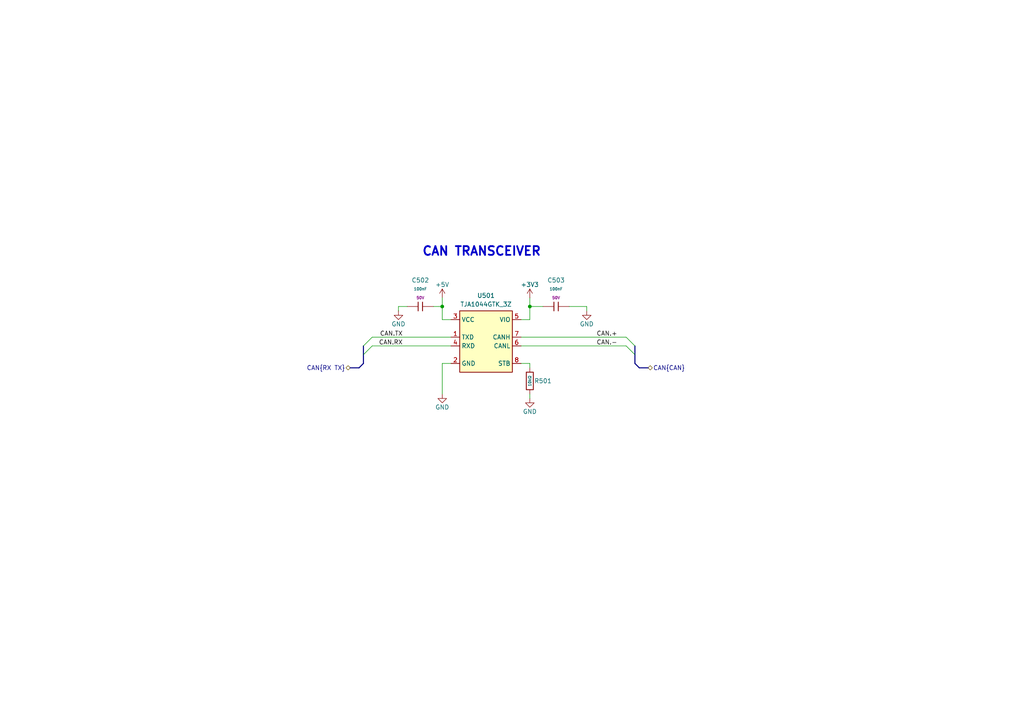
<source format=kicad_sch>
(kicad_sch (version 20250114) (generator "eeschema") (generator_version "9.0")
  (paper "A4")
  (title_block (title "CAN transceiver") (date "2025-04-22") (rev "A") (company "Moducard System") (comment 1 "Artem Horiunov") (comment 2 "Designed in poland"))
  (lib_symbols
    (symbol "PCM_JLCPCB-Capacitors:0402,100nF,(2)" (pin_numbers (hide yes)) (pin_names (offset 0))
      (property "Reference" "C" (at 2.032 1.668 0))
      (property "Value" "100nF" (at 2.032 -0.3782 0))
      (property "Voltage Rated" "50V" (at 2.032 -2.0462 0))
      (symbol "0402,100nF,(2)_0_1"
        (polyline (pts (xy -1.27 0.635) (xy 1.27 0.635)) (stroke (width 0.254)))
        (polyline (pts (xy -1.27 -0.635) (xy 1.27 -0.635)) (stroke (width 0.254)))
      )
      (symbol "0402,100nF,(2)_1_1"
        (pin passive line (at 0 3.81 270) (length 3.175) (name "~") (number "1"))
        (pin passive line (at 0 -3.81 90) (length 3.175) (name "~") (number "2"))
      )
    )
    (symbol "PCM_JLCPCB-Resistors:0402,10kΩ" (pin_numbers (hide yes)) (pin_names (offset 0))
      (property "Reference" "R" (at 1.778 0 0))
      (property "Value" "10kΩ" (at 0 0 90))
      (symbol "0402,10kΩ_0_1"
        (rectangle (start -1.016 2.54) (end 1.016 -2.54) (stroke (width 0.254)))
      )
      (symbol "0402,10kΩ_1_1"
        (pin passive line (at 0 3.81 270) (length 1.27) (name "~") (number "1"))
        (pin passive line (at 0 -3.81 90) (length 1.27) (name "~") (number "2"))
      )
    )
    (symbol "TJA1044GTK_3Z:TJA1044GTK_3Z"
      (property "Reference" "U" (at 11.43 7.62 0))
      (property "Value" "TJA1044GTK_3Z" (at 5.08 5.08 0))
      (symbol "TJA1044GTK_3Z_1_1"
        (rectangle (start 5.08 2.54) (end 20.32 -15.24) (stroke (width 0.254)) (fill (type background)))
        (pin power_in line (at 2.54 0 0) (length 2.54) (name "VCC") (number "3"))
        (pin passive line (at 2.54 -5.08 0) (length 2.54) (name "TXD") (number "1"))
        (pin passive line (at 2.54 -7.62 0) (length 2.54) (name "RXD") (number "4"))
        (pin passive line (at 2.54 -12.7 0) (length 2.54) (name "GND") (number "2"))
        (pin passive line (at 2.54 -12.7 0) (length 2.54) (hide yes) (name "EP") (number "9"))
        (pin power_in line (at 22.86 0 180) (length 2.54) (name "VIO") (number "5"))
        (pin passive line (at 22.86 -5.08 180) (length 2.54) (name "CANH") (number "7"))
        (pin passive line (at 22.86 -7.62 180) (length 2.54) (name "CANL") (number "6"))
        (pin passive line (at 22.86 -12.7 180) (length 2.54) (name "STB") (number "8"))
      )
    )
    (symbol "power:+5V" (power) (pin_numbers (hide yes)) (pin_names (offset 0) (hide yes))
      (property "Value" "+5V" (at 0 3.556 0))
      (symbol "+5V_0_1"
        (polyline (pts (xy -0.762 1.27) (xy 0 2.54)))
        (polyline (pts (xy 0 2.54) (xy 0.762 1.27)))
        (polyline (pts (xy 0 0) (xy 0 2.54)))
      )
      (symbol "+5V_1_1"
        (pin power_in line (at 0 0 90) (length 0) (name "~") (number "1"))
      )
    )
    (symbol "power:GND" (power) (pin_numbers (hide yes)) (pin_names (offset 0) (hide yes))
      (property "Value" "GND" (at 0 -3.81 0))
      (symbol "GND_0_1"
        (polyline (pts (xy 0 0) (xy 0 -1.27) (xy 1.27 -1.27) (xy 0 -2.54) (xy -1.27 -1.27) (xy 0 -1.27)))
      )
      (symbol "GND_1_1"
        (pin power_in line (at 0 0 270) (length 0) (name "~") (number "1"))
      )
    )
  )
  (text "CAN TRANSCEIVER" (at 139.7 73.025 0) (effects (font (size 2.54 2.54) (thickness 0.508) (bold yes))))
  (junction (at 153.67 88.9))
  (junction (at 128.27 88.9))
  (bus_entry (at 107.95 100.33) (size -2.54 2.54))
  (bus_entry (at 184.15 102.87) (size -2.54 -2.54))
  (bus_entry (at 107.95 97.79) (size -2.54 2.54))
  (bus_entry (at 181.61 97.79) (size 2.54 2.54))
  (bus (pts (xy 184.15 100.33) (xy 184.15 102.87)))
  (bus (pts (xy 105.41 100.33) (xy 105.41 102.87)))
  (wire (pts (xy 115.57 90.17) (xy 115.57 88.9)))
  (wire (pts (xy 115.57 88.9) (xy 118.11 88.9)))
  (wire (pts (xy 151.13 105.41) (xy 153.67 105.41)))
  (wire (pts (xy 153.67 105.41) (xy 153.67 106.68)))
  (wire (pts (xy 125.73 88.9) (xy 128.27 88.9)))
  (wire (pts (xy 170.18 90.17) (xy 170.18 88.9)))
  (bus (pts (xy 184.15 102.87) (xy 184.15 105.41)))
  (wire (pts (xy 107.95 100.33) (xy 130.81 100.33)))
  (wire (pts (xy 153.67 86.36) (xy 153.67 88.9)))
  (bus (pts (xy 184.15 105.41) (xy 185.42 106.68)))
  (wire (pts (xy 151.13 100.33) (xy 181.61 100.33)))
  (wire (pts (xy 153.67 92.71) (xy 151.13 92.71)))
  (bus (pts (xy 105.41 102.87) (xy 105.41 105.41)))
  (wire (pts (xy 130.81 105.41) (xy 128.27 105.41)))
  (wire (pts (xy 107.95 97.79) (xy 130.81 97.79)))
  (wire (pts (xy 153.67 114.3) (xy 153.67 115.57)))
  (wire (pts (xy 153.67 88.9) (xy 153.67 92.71)))
  (wire (pts (xy 151.13 97.79) (xy 181.61 97.79)))
  (wire (pts (xy 130.81 92.71) (xy 128.27 92.71)))
  (bus (pts (xy 185.42 106.68) (xy 187.96 106.68)))
  (wire (pts (xy 128.27 105.41) (xy 128.27 114.3)))
  (wire (pts (xy 128.27 92.71) (xy 128.27 88.9)))
  (wire (pts (xy 170.18 88.9) (xy 165.1 88.9)))
  (bus (pts (xy 105.41 105.41) (xy 104.14 106.68)))
  (wire (pts (xy 128.27 88.9) (xy 128.27 86.36)))
  (bus (pts (xy 101.6 106.68) (xy 104.14 106.68)))
  (wire (pts (xy 153.67 88.9) (xy 157.48 88.9)))
  (label "CAN.RX" (at 116.84 100.33 180))
  (label "CAN.TX" (at 116.84 97.79 180))
  (label "CAN.+" (at 179.07 97.79 180))
  (label "CAN.-" (at 179.07 100.33 180))
  (hierarchical_label "CAN{CAN}" (shape bidirectional) (at 187.96 106.68 0))
  (hierarchical_label "CAN{RX TX}" (shape bidirectional) (at 101.6 106.68 180))
  (symbol (lib_id "power:+5V") (at 153.67 86.36 0) (unit 1)
    (property "Reference" "#PWR0501" (effects (hide yes)))
    (property "Value" "+3V3" (at 153.67 82.55 0))
    (property "Description" "Power symbol creates a global label with name \"+5V\"" (effects (hide yes)))
    (instances (project "MMS2" (path "" (reference "#PWR0509") (unit 1)) (path "" (reference "#PWR0501") (unit 1))))
  )
  (symbol (lib_id "PCM_JLCPCB-Capacitors:0402,100nF,(2)") (at 161.29 88.9 90) (unit 1)
    (property "Reference" "C501" (at 161.29 81.28 90))
    (property "Value" "100nF" (at 161.29 83.82 90) (effects (font (size 0.8 0.8))))
    (property "Footprint" "PCM_JLCPCB:C_0402" (effects (hide yes)))
    (property "Datasheet" "https://www.lcsc.com/datasheet/lcsc_datasheet_2304140030_Samsung-Electro-Mechanics-CL05B104KB54PNC_C307331.pdf" (effects (hide yes)))
    (property "Description" "50V 100nF X7R ±10% 0402 Multilayer Ceramic Capacitors MLCC - SMD/SMT ROHS" (effects (hide yes)))
    (property "LCSC" "C307331" (effects (hide yes)))
    (property "Stock" "5436546" (effects (hide yes)))
    (property "Price" "0.008USD" (effects (hide yes)))
    (property "Process" "SMT" (effects (hide yes)))
    (property "Minimum Qty" "20" (effects (hide yes)))
    (property "Attrition Qty" "10" (effects (hide yes)))
    (property "Class" "Basic Component" (effects (hide yes)))
    (property "Category" "Capacitors,Multilayer Ceramic Capacitors MLCC - SMD/SMT" (effects (hide yes)))
    (property "Manufacturer" "Samsung Electro-Mechanics" (effects (hide yes)))
    (property "Part" "CL05B104KB54PNC" (effects (hide yes)))
    (property "Voltage Rated" "50V" (at 161.29 86.36 90) (effects (font (size 0.8 0.8))))
    (property "Tolerance" "±10%" (effects (hide yes)))
    (property "Capacitance" "100nF" (effects (hide yes)))
    (property "Temperature Coefficient" "X7R" (effects (hide yes)))
    (instances (project "MMS2" (path "" (reference "C503") (unit 1)) (path "" (reference "C501") (unit 1))))
  )
  (symbol (lib_id "TJA1044GTK_3Z:TJA1044GTK_3Z") (at 128.27 92.71 0) (unit 1)
    (property "Reference" "U500" (at 140.97 85.725 0))
    (property "Value" "TJA1044GTK_3Z" (at 140.97 88.265 0))
    (property "Footprint" "Package_SON:HVSON-8-1EP_3x3mm_P0.65mm_EP1.6x2.4mm" (effects (hide yes)))
    (property "Datasheet" "http://www.nxp.com/docs/en/data-sheet/TJA1044.pdf" (effects (hide yes)))
    (property "Description" "CAN Interface IC High-speed CAN transceiver with Standby mode" (effects (hide yes)))
    (property "Manufacturer_Name" "NXP" (effects (hide yes)))
    (property "Manufacturer_Part_Number" "TJA1044GTK/3Z" (effects (hide yes)))
    (property "LCSC" "C5215851" (effects (hide yes)))
    (instances (project "MMS2" (path "" (reference "U501") (unit 1)) (path "" (reference "U500") (unit 1))))
  )
  (symbol (lib_id "PCM_JLCPCB-Resistors:0402,10kΩ") (at 153.67 110.49 0) (unit 1)
    (property "Reference" "R500" (at 154.94 110.49 0) (effects (justify left)))
    (property "Value" "10kΩ" (at 153.67 110.49 90) (effects (font (size 0.8 0.8))))
    (property "Footprint" "PCM_JLCPCB:R_0402" (effects (hide yes)))
    (property "Datasheet" "https://www.lcsc.com/datasheet/lcsc_datasheet_2411221126_UNI-ROYAL-Uniroyal-Elec-0402WGF1002TCE_C25744.pdf" (effects (hide yes)))
    (property "Description" "62.5mW Thick Film Resistors 50V ±100ppm/°C ±1% 10kΩ 0402 Chip Resistor - Surface Mount ROHS" (effects (hide yes)))
    (property "LCSC" "C25744" (effects (hide yes)))
    (property "Stock" "13746052" (effects (hide yes)))
    (property "Price" "0.004USD" (effects (hide yes)))
    (property "Process" "SMT" (effects (hide yes)))
    (property "Minimum Qty" "5" (effects (hide yes)))
    (property "Attrition Qty" "0" (effects (hide yes)))
    (property "Class" "Basic Component" (effects (hide yes)))
    (property "Category" "Resistors,Chip Resistor - Surface Mount" (effects (hide yes)))
    (property "Manufacturer" "UNI-ROYAL(Uniroyal Elec)" (effects (hide yes)))
    (property "Part" "0402WGF1002TCE" (effects (hide yes)))
    (property "Resistance" "10kΩ" (effects (hide yes)))
    (property "Power(Watts)" "62.5mW" (effects (hide yes)))
    (property "Type" "Thick Film Resistors" (effects (hide yes)))
    (property "Overload Voltage (Max)" "50V" (effects (hide yes)))
    (property "Operating Temperature Range" "-55°C~+155°C" (effects (hide yes)))
    (property "Tolerance" "±1%" (effects (hide yes)))
    (property "Temperature Coefficient" "±100ppm/°C" (effects (hide yes)))
    (instances (project "MMS2" (path "" (reference "R501") (unit 1)) (path "" (reference "R500") (unit 1))))
  )
  (symbol (lib_id "power:+5V") (at 128.27 86.36 0) (unit 1)
    (property "Reference" "#PWR0500" (effects (hide yes)))
    (property "Value" "+5V" (at 128.27 82.55 0))
    (property "Description" "Power symbol creates a global label with name \"+5V\"" (effects (hide yes)))
    (instances (project "MMS2" (path "" (reference "#PWR0507") (unit 1)) (path "" (reference "#PWR0500") (unit 1))))
  )
  (symbol (lib_id "PCM_JLCPCB-Capacitors:0402,100nF,(2)") (at 121.92 88.9 90) (unit 1)
    (property "Reference" "C500" (at 121.92 81.28 90))
    (property "Value" "100nF" (at 121.92 83.82 90) (effects (font (size 0.8 0.8))))
    (property "Footprint" "PCM_JLCPCB:C_0402" (effects (hide yes)))
    (property "Datasheet" "https://www.lcsc.com/datasheet/lcsc_datasheet_2304140030_Samsung-Electro-Mechanics-CL05B104KB54PNC_C307331.pdf" (effects (hide yes)))
    (property "Description" "50V 100nF X7R ±10% 0402 Multilayer Ceramic Capacitors MLCC - SMD/SMT ROHS" (effects (hide yes)))
    (property "LCSC" "C307331" (effects (hide yes)))
    (property "Stock" "5436546" (effects (hide yes)))
    (property "Price" "0.008USD" (effects (hide yes)))
    (property "Process" "SMT" (effects (hide yes)))
    (property "Minimum Qty" "20" (effects (hide yes)))
    (property "Attrition Qty" "10" (effects (hide yes)))
    (property "Class" "Basic Component" (effects (hide yes)))
    (property "Category" "Capacitors,Multilayer Ceramic Capacitors MLCC - SMD/SMT" (effects (hide yes)))
    (property "Manufacturer" "Samsung Electro-Mechanics" (effects (hide yes)))
    (property "Part" "CL05B104KB54PNC" (effects (hide yes)))
    (property "Voltage Rated" "50V" (at 121.92 86.36 90) (effects (font (size 0.8 0.8))))
    (property "Tolerance" "±10%" (effects (hide yes)))
    (property "Capacitance" "100nF" (effects (hide yes)))
    (property "Temperature Coefficient" "X7R" (effects (hide yes)))
    (instances (project "MMS2" (path "" (reference "C502") (unit 1)) (path "" (reference "C500") (unit 1))))
  )
  (symbol (lib_id "power:GND") (at 115.57 90.17 0) (unit 1)
    (property "Reference" "#PWR0502" (effects (hide yes)))
    (property "Value" "GND" (at 115.57 93.98 0))
    (property "Description" "Power symbol creates a global label with name \"GND\" , ground" (effects (hide yes)))
    (instances (project "MMS2" (path "" (reference "#PWR0506") (unit 1)) (path "" (reference "#PWR0502") (unit 1))))
  )
  (symbol (lib_id "power:GND") (at 153.67 115.57 0) (unit 1)
    (property "Reference" "#PWR0505" (effects (hide yes)))
    (property "Value" "GND" (at 153.67 119.38 0))
    (property "Description" "Power symbol creates a global label with name \"GND\" , ground" (effects (hide yes)))
    (instances (project "MMS2" (path "" (reference "#PWR0510") (unit 1)) (path "" (reference "#PWR0505") (unit 1))))
  )
  (symbol (lib_id "power:GND") (at 170.18 90.17 0) (mirror y) (unit 1)
    (property "Reference" "#PWR0503" (effects (hide yes)))
    (property "Value" "GND" (at 170.18 93.98 0))
    (property "Description" "Power symbol creates a global label with name \"GND\" , ground" (effects (hide yes)))
    (instances (project "MMS2" (path "" (reference "#PWR0511") (unit 1)) (path "" (reference "#PWR0503") (unit 1))))
  )
  (symbol (lib_id "power:GND") (at 128.27 114.3 0) (unit 1)
    (property "Reference" "#PWR0504" (effects (hide yes)))
    (property "Value" "GND" (at 128.27 118.11 0))
    (property "Description" "Power symbol creates a global label with name \"GND\" , ground" (effects (hide yes)))
    (instances (project "MMS2" (path "" (reference "#PWR0508") (unit 1)) (path "" (reference "#PWR0504") (unit 1))))
  )
)
</source>
